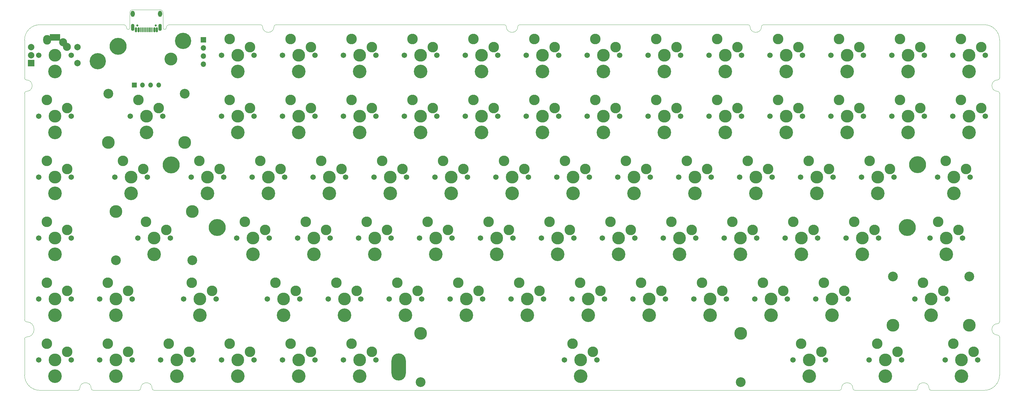
<source format=gbs>
%TF.GenerationSoftware,KiCad,Pcbnew,(6.0.2-0)*%
%TF.CreationDate,2022-05-09T13:33:41+07:00*%
%TF.ProjectId,kb-lone,6b622d6c-6f6e-4652-9e6b-696361645f70,rev?*%
%TF.SameCoordinates,Original*%
%TF.FileFunction,Soldermask,Bot*%
%TF.FilePolarity,Negative*%
%FSLAX46Y46*%
G04 Gerber Fmt 4.6, Leading zero omitted, Abs format (unit mm)*
G04 Created by KiCad (PCBNEW (6.0.2-0)) date 2022-05-09 13:33:41*
%MOMM*%
%LPD*%
G01*
G04 APERTURE LIST*
G04 Aperture macros list*
%AMRoundRect*
0 Rectangle with rounded corners*
0 $1 Rounding radius*
0 $2 $3 $4 $5 $6 $7 $8 $9 X,Y pos of 4 corners*
0 Add a 4 corners polygon primitive as box body*
4,1,4,$2,$3,$4,$5,$6,$7,$8,$9,$2,$3,0*
0 Add four circle primitives for the rounded corners*
1,1,$1+$1,$2,$3*
1,1,$1+$1,$4,$5*
1,1,$1+$1,$6,$7*
1,1,$1+$1,$8,$9*
0 Add four rect primitives between the rounded corners*
20,1,$1+$1,$2,$3,$4,$5,0*
20,1,$1+$1,$4,$5,$6,$7,0*
20,1,$1+$1,$6,$7,$8,$9,0*
20,1,$1+$1,$8,$9,$2,$3,0*%
G04 Aperture macros list end*
%TA.AperFunction,Profile*%
%ADD10C,0.100000*%
%TD*%
%ADD11C,4.250000*%
%ADD12C,3.302000*%
%ADD13C,1.701800*%
%ADD14C,3.987800*%
%ADD15C,4.000000*%
%ADD16C,5.300000*%
%ADD17O,2.500000X3.000000*%
%ADD18C,2.500000*%
%ADD19R,1.524000X1.524000*%
%ADD20O,1.524000X1.524000*%
%ADD21C,3.048000*%
%ADD22O,4.500000X8.500000*%
%ADD23C,5.080000*%
%ADD24O,1.700000X1.700000*%
%ADD25R,1.700000X1.700000*%
%ADD26R,2.000000X2.000000*%
%ADD27C,2.000000*%
%ADD28R,3.200000X2.000000*%
%ADD29C,0.650000*%
%ADD30RoundRect,0.150000X-0.150000X-0.575000X0.150000X-0.575000X0.150000X0.575000X-0.150000X0.575000X0*%
%ADD31RoundRect,0.075000X-0.075000X-0.650000X0.075000X-0.650000X0.075000X0.650000X-0.075000X0.650000X0*%
%ADD32O,1.100000X2.200000*%
%ADD33O,1.300000X1.900000*%
G04 APERTURE END LIST*
D10*
X311943750Y-169068750D02*
X330993750Y-169068750D01*
X92868750Y-169068750D02*
X307181250Y-169068750D01*
X52982857Y-152400128D02*
G75*
G03*
X52982857Y-147637624I0J2381252D01*
G01*
X356592487Y-72032513D02*
G75*
G03*
X356592487Y-75604751I0J-1786119D01*
G01*
X97690000Y-54767108D02*
G75*
G03*
X96690000Y-55767106I-1J-999999D01*
G01*
X357187500Y-164306250D02*
X357187500Y-152400000D01*
X356592487Y-148232637D02*
G75*
G03*
X357187500Y-147637500I1J595012D01*
G01*
X52982857Y-75604707D02*
G75*
G03*
X52387500Y-76200000I0J-595357D01*
G01*
X95692892Y-51087104D02*
X95690000Y-55767110D01*
X130968750Y-54768906D02*
G75*
G03*
X130373547Y-55364109I0J-595203D01*
G01*
X57150000Y-169068750D02*
X69056250Y-169068750D01*
X73818750Y-169068750D02*
X88106250Y-169068750D01*
X73223499Y-168473579D02*
G75*
G03*
X69651621Y-168473579I-1785939J0D01*
G01*
X52387500Y-59531250D02*
X52387500Y-71437500D01*
X52387500Y-164306250D02*
G75*
G03*
X57150000Y-169068750I4762500J0D01*
G01*
X84292892Y-55767106D02*
G75*
G03*
X83292895Y-54767107I-999998J1D01*
G01*
X335161219Y-168473579D02*
G75*
G03*
X331589341Y-168473579I-1785939J0D01*
G01*
X126206250Y-54768750D02*
X97690000Y-54767108D01*
X88106250Y-169068892D02*
G75*
G03*
X88701637Y-168473579I74J595313D01*
G01*
X352425000Y-54768750D02*
X283368750Y-54768750D01*
X92273515Y-168473579D02*
G75*
G03*
X88701637Y-168473579I-1785939J0D01*
G01*
X69056250Y-169068892D02*
G75*
G03*
X69651621Y-168473579I57J595314D01*
G01*
X357187500Y-147637500D02*
X357187800Y-76200000D01*
X86287104Y-50087108D02*
X94692896Y-50087108D01*
X85287108Y-51087104D02*
X85292892Y-55767110D01*
X356592487Y-72032513D02*
G75*
G03*
X357187500Y-71437500I1J595012D01*
G01*
X203001733Y-55364109D02*
G75*
G03*
X206573611Y-55364109I1785939J0D01*
G01*
X57150000Y-54768750D02*
G75*
G03*
X52387500Y-59531250I0J-4762500D01*
G01*
X311348841Y-168473579D02*
G75*
G03*
X311943750Y-169068750I595171J0D01*
G01*
X203001779Y-55364109D02*
G75*
G03*
X202406250Y-54768750I-595359J0D01*
G01*
X352425000Y-169068750D02*
G75*
G03*
X357187500Y-164306250I0J4762500D01*
G01*
X95692892Y-51087104D02*
G75*
G03*
X94692896Y-50087108I-999996J0D01*
G01*
X126801715Y-55364109D02*
G75*
G03*
X126206250Y-54768750I-595359J0D01*
G01*
X92273579Y-168473579D02*
G75*
G03*
X92868750Y-169068750I595173J2D01*
G01*
X83292895Y-54767107D02*
X57150000Y-54768750D01*
X279201843Y-55364109D02*
G75*
G03*
X278606250Y-54768750I-595359J0D01*
G01*
X52982857Y-75604751D02*
G75*
G03*
X52982857Y-72032873I0J1785939D01*
G01*
X279201797Y-55364109D02*
G75*
G03*
X282773675Y-55364109I1785939J0D01*
G01*
X335756250Y-169068750D02*
X352425000Y-169068750D01*
X52387544Y-147042311D02*
G75*
G03*
X52982857Y-147637624I595313J0D01*
G01*
X357187500Y-59531250D02*
G75*
G03*
X352425000Y-54768750I-4762500J0D01*
G01*
X357187800Y-76200000D02*
G75*
G03*
X356592487Y-75604751I-595314J-65D01*
G01*
X278606250Y-54768750D02*
X207168750Y-54768750D01*
X357187500Y-71437500D02*
X357187500Y-59531250D01*
X84292892Y-55767106D02*
G75*
G03*
X85292892Y-55767110I500000J-2D01*
G01*
X52982857Y-152400128D02*
G75*
G03*
X52387544Y-152995441I0J-595313D01*
G01*
X330993750Y-169068892D02*
G75*
G03*
X331589341Y-168473579I278J595313D01*
G01*
X356592487Y-148232637D02*
G75*
G03*
X356592487Y-151804815I0J-1786089D01*
G01*
X207168750Y-54768796D02*
G75*
G03*
X206573611Y-55364109I175J-595314D01*
G01*
X86287104Y-50087108D02*
G75*
G03*
X85287108Y-51087104I0J-999996D01*
G01*
X52387500Y-76200000D02*
X52387544Y-147042311D01*
X357187500Y-152400000D02*
G75*
G03*
X356592487Y-151804815I-595012J173D01*
G01*
X126801669Y-55364109D02*
G75*
G03*
X130373547Y-55364109I1785939J0D01*
G01*
X95690000Y-55767110D02*
G75*
G03*
X96690000Y-55767106I500000J2D01*
G01*
X52387544Y-71437500D02*
G75*
G03*
X52982857Y-72032873I595313J-60D01*
G01*
X335161361Y-168473579D02*
G75*
G03*
X335756250Y-169068750I595171J0D01*
G01*
X52387544Y-152995441D02*
X52387500Y-164306250D01*
X283368750Y-54768796D02*
G75*
G03*
X282773675Y-55364109I238J-595313D01*
G01*
X73223641Y-168473579D02*
G75*
G03*
X73818750Y-169068750I595171J0D01*
G01*
X311348699Y-168473579D02*
G75*
G03*
X307776821Y-168473579I-1785939J0D01*
G01*
X202406250Y-54768750D02*
X130968750Y-54768750D01*
X307181250Y-169068892D02*
G75*
G03*
X307776821Y-168473579I258J595313D01*
G01*
D11*
%TO.C,D131*%
X295275000Y-126520000D03*
%TD*%
%TO.C,D143*%
X335756250Y-145570000D03*
%TD*%
D12*
%TO.C,SW56*%
X140335000Y-116363750D03*
X146685000Y-118903750D03*
D13*
X137795000Y-121443750D03*
X147955000Y-121443750D03*
D14*
X142875000Y-121443750D03*
%TD*%
D12*
%TO.C,SW33*%
X303847500Y-99853750D03*
X297497500Y-97313750D03*
D13*
X305117500Y-102393750D03*
D14*
X300037500Y-102393750D03*
D13*
X294957500Y-102393750D03*
%TD*%
D12*
%TO.C,SW72*%
X84772500Y-137953750D03*
D14*
X80962500Y-140493750D03*
D12*
X78422500Y-135413750D03*
D13*
X75882500Y-140493750D03*
X86042500Y-140493750D03*
%TD*%
D11*
%TO.C,D96*%
X138112500Y-69370000D03*
%TD*%
%TO.C,D158*%
X321468750Y-164620000D03*
%TD*%
D13*
%TO.C,SW7*%
X257492500Y-64293750D03*
X247332500Y-64293750D03*
D12*
X249872500Y-59213750D03*
X256222500Y-61753750D03*
D14*
X252412500Y-64293750D03*
%TD*%
D12*
%TO.C,SW81*%
X103822500Y-157003750D03*
D14*
X100012500Y-159543750D03*
D13*
X105092500Y-159543750D03*
X94932500Y-159543750D03*
D12*
X97472500Y-154463750D03*
%TD*%
D11*
%TO.C,D110*%
X138112500Y-88420000D03*
%TD*%
D13*
%TO.C,SW70*%
X128270000Y-140493750D03*
X138430000Y-140493750D03*
D14*
X133350000Y-140493750D03*
D12*
X137160000Y-137953750D03*
X130810000Y-135413750D03*
%TD*%
D13*
%TO.C,SW37*%
X228917500Y-102393750D03*
D12*
X221297500Y-97313750D03*
X227647500Y-99853750D03*
D13*
X218757500Y-102393750D03*
D14*
X223837500Y-102393750D03*
%TD*%
D11*
%TO.C,D117*%
X280987500Y-107470000D03*
%TD*%
%TO.C,D148*%
X228600000Y-145570000D03*
%TD*%
D12*
%TO.C,SW54*%
X184785000Y-118903750D03*
D13*
X175895000Y-121443750D03*
X186055000Y-121443750D03*
D12*
X178435000Y-116363750D03*
D14*
X180975000Y-121443750D03*
%TD*%
%TO.C,SW6*%
X271462500Y-64293750D03*
D12*
X275272500Y-61753750D03*
X268922500Y-59213750D03*
D13*
X266382500Y-64293750D03*
X276542500Y-64293750D03*
%TD*%
D11*
%TO.C,D119*%
X242887500Y-107470000D03*
%TD*%
%TO.C,D111*%
X119062500Y-88420000D03*
%TD*%
D13*
%TO.C,SW74*%
X350361250Y-159543750D03*
D12*
X349091250Y-157003750D03*
D13*
X340201250Y-159543750D03*
D14*
X345281250Y-159543750D03*
D12*
X342741250Y-154463750D03*
%TD*%
%TO.C,SW16*%
X351472500Y-80803750D03*
D14*
X347662500Y-83343750D03*
D12*
X345122500Y-78263750D03*
D13*
X342582500Y-83343750D03*
X352742500Y-83343750D03*
%TD*%
D11*
%TO.C,D123*%
X166687500Y-107470000D03*
%TD*%
D15*
%TO.C,H9*%
X98160000Y-65490000D03*
%TD*%
D13*
%TO.C,SW12*%
X162242500Y-64293750D03*
D14*
X157162500Y-64293750D03*
D13*
X152082500Y-64293750D03*
D12*
X160972500Y-61753750D03*
X154622500Y-59213750D03*
%TD*%
D11*
%TO.C,D149*%
X209550000Y-145570000D03*
%TD*%
D12*
%TO.C,SW75*%
X318928750Y-154463750D03*
D14*
X321468750Y-159543750D03*
D13*
X316388750Y-159543750D03*
D12*
X325278750Y-157003750D03*
D13*
X326548750Y-159543750D03*
%TD*%
D12*
%TO.C,SW39*%
X189547500Y-99853750D03*
D13*
X190817500Y-102393750D03*
D14*
X185737500Y-102393750D03*
D13*
X180657500Y-102393750D03*
D12*
X183197500Y-97313750D03*
%TD*%
D11*
%TO.C,D159*%
X297656250Y-164620000D03*
%TD*%
D12*
%TO.C,SW11*%
X180022500Y-61753750D03*
D13*
X171132500Y-64293750D03*
D14*
X176212500Y-64293750D03*
D13*
X181292500Y-64293750D03*
D12*
X173672500Y-59213750D03*
%TD*%
D16*
%TO.C,H1*%
X81650000Y-61510000D03*
%TD*%
D11*
%TO.C,D136*%
X200025000Y-126520000D03*
%TD*%
D14*
%TO.C,SW15*%
X61912500Y-64293750D03*
D13*
X66992500Y-64293750D03*
X56832500Y-64293750D03*
D17*
X59412500Y-59493750D03*
D18*
X65612500Y-61693750D03*
X64412500Y-60293750D03*
%TD*%
D11*
%TO.C,D88*%
X290512500Y-69370000D03*
%TD*%
D13*
%TO.C,SW27*%
X133032500Y-83343750D03*
D12*
X141922500Y-80803750D03*
D14*
X138112500Y-83343750D03*
D12*
X135572500Y-78263750D03*
D13*
X143192500Y-83343750D03*
%TD*%
D11*
%TO.C,D99*%
X347662500Y-88420000D03*
%TD*%
%TO.C,D127*%
X85725000Y-107470000D03*
%TD*%
%TO.C,D95*%
X157162500Y-69370000D03*
%TD*%
D13*
%TO.C,SW82*%
X86042500Y-159543750D03*
X75882500Y-159543750D03*
D12*
X84772500Y-157003750D03*
X78422500Y-154463750D03*
D14*
X80962500Y-159543750D03*
%TD*%
D11*
%TO.C,D134*%
X238125000Y-126520000D03*
%TD*%
D12*
%TO.C,SW8*%
X230822500Y-59213750D03*
D14*
X233362500Y-64293750D03*
D12*
X237172500Y-61753750D03*
D13*
X228282500Y-64293750D03*
X238442500Y-64293750D03*
%TD*%
%TO.C,SW71*%
X102076250Y-140493750D03*
X112236250Y-140493750D03*
D12*
X110966250Y-137953750D03*
D14*
X107156250Y-140493750D03*
D12*
X104616250Y-135413750D03*
%TD*%
D11*
%TO.C,D163*%
X119062500Y-164620000D03*
%TD*%
D13*
%TO.C,SW83*%
X56832500Y-159543750D03*
D12*
X59372500Y-154463750D03*
D14*
X61912500Y-159543750D03*
D12*
X65722500Y-157003750D03*
D13*
X66992500Y-159543750D03*
%TD*%
D14*
%TO.C,SW41*%
X147637500Y-102393750D03*
D13*
X142557500Y-102393750D03*
D12*
X145097500Y-97313750D03*
X151447500Y-99853750D03*
D13*
X152717500Y-102393750D03*
%TD*%
D11*
%TO.C,D89*%
X271462500Y-69370000D03*
%TD*%
D13*
%TO.C,SW9*%
X219392500Y-64293750D03*
D12*
X218122500Y-61753750D03*
X211772500Y-59213750D03*
D13*
X209232500Y-64293750D03*
D14*
X214312500Y-64293750D03*
%TD*%
%TO.C,SW69*%
X152400000Y-140493750D03*
D13*
X157480000Y-140493750D03*
D12*
X156210000Y-137953750D03*
D13*
X147320000Y-140493750D03*
D12*
X149860000Y-135413750D03*
%TD*%
D11*
%TO.C,D141*%
X92868750Y-126520000D03*
%TD*%
%TO.C,D137*%
X180975000Y-126520000D03*
%TD*%
%TO.C,D155*%
X80962500Y-145570000D03*
%TD*%
D12*
%TO.C,SW18*%
X307022500Y-78263750D03*
D14*
X309562500Y-83343750D03*
D13*
X304482500Y-83343750D03*
D12*
X313372500Y-80803750D03*
D13*
X314642500Y-83343750D03*
%TD*%
D14*
%TO.C,SW24*%
X195262500Y-83343750D03*
D12*
X199072500Y-80803750D03*
D13*
X200342500Y-83343750D03*
D12*
X192722500Y-78263750D03*
D13*
X190182500Y-83343750D03*
%TD*%
D11*
%TO.C,D100*%
X328612500Y-88420000D03*
%TD*%
D12*
%TO.C,SW44*%
X83185000Y-97313750D03*
D13*
X90805000Y-102393750D03*
D14*
X85725000Y-102393750D03*
D12*
X89535000Y-99853750D03*
D13*
X80645000Y-102393750D03*
%TD*%
%TO.C,SW31*%
X337820000Y-102393750D03*
D12*
X346710000Y-99853750D03*
D13*
X347980000Y-102393750D03*
D14*
X342900000Y-102393750D03*
D12*
X340360000Y-97313750D03*
%TD*%
D11*
%TO.C,D156*%
X61912500Y-145570000D03*
%TD*%
%TO.C,D165*%
X80962500Y-164620000D03*
%TD*%
%TO.C,D151*%
X171450000Y-145570000D03*
%TD*%
D12*
%TO.C,SW78*%
X154622500Y-154463750D03*
D14*
X157162500Y-159543750D03*
D12*
X160972500Y-157003750D03*
D13*
X162242500Y-159543750D03*
X152082500Y-159543750D03*
%TD*%
D11*
%TO.C,D93*%
X195262500Y-69370000D03*
%TD*%
D13*
%TO.C,SW26*%
X162242500Y-83343750D03*
X152082500Y-83343750D03*
D12*
X160972500Y-80803750D03*
D14*
X157162500Y-83343750D03*
D12*
X154622500Y-78263750D03*
%TD*%
%TO.C,SW46*%
X337978750Y-116363750D03*
X344328750Y-118903750D03*
D13*
X335438750Y-121443750D03*
X345598750Y-121443750D03*
D14*
X340518750Y-121443750D03*
%TD*%
D12*
%TO.C,SW50*%
X254635000Y-116363750D03*
D13*
X252095000Y-121443750D03*
X262255000Y-121443750D03*
D12*
X260985000Y-118903750D03*
D14*
X257175000Y-121443750D03*
%TD*%
D11*
%TO.C,D125*%
X128587500Y-107470000D03*
%TD*%
%TO.C,D113*%
X61912500Y-88420000D03*
%TD*%
%TO.C,D140*%
X123825000Y-126520000D03*
%TD*%
%TO.C,D122*%
X185737500Y-107470000D03*
%TD*%
%TO.C,D162*%
X138112500Y-164620000D03*
%TD*%
D14*
%TO.C,SW5*%
X290512500Y-64293750D03*
D12*
X287972500Y-59213750D03*
X294322500Y-61753750D03*
D13*
X285432500Y-64293750D03*
X295592500Y-64293750D03*
%TD*%
D11*
%TO.C,D107*%
X195262500Y-88420000D03*
%TD*%
%TO.C,D86*%
X328612500Y-69370000D03*
%TD*%
%TO.C,D142*%
X61912500Y-126520000D03*
%TD*%
%TO.C,D146*%
X266700000Y-145570000D03*
%TD*%
D13*
%TO.C,SW48*%
X290195000Y-121443750D03*
D12*
X292735000Y-116363750D03*
D14*
X295275000Y-121443750D03*
D13*
X300355000Y-121443750D03*
D12*
X299085000Y-118903750D03*
%TD*%
D14*
%TO.C,SW64*%
X247650000Y-140493750D03*
D13*
X252730000Y-140493750D03*
X242570000Y-140493750D03*
D12*
X251460000Y-137953750D03*
X245110000Y-135413750D03*
%TD*%
D11*
%TO.C,D114*%
X342900000Y-107470000D03*
%TD*%
D12*
%TO.C,SW55*%
X165735000Y-118903750D03*
D14*
X161925000Y-121443750D03*
D13*
X156845000Y-121443750D03*
X167005000Y-121443750D03*
D12*
X159385000Y-116363750D03*
%TD*%
%TO.C,SW51*%
X235585000Y-116363750D03*
D13*
X243205000Y-121443750D03*
D12*
X241935000Y-118903750D03*
D14*
X238125000Y-121443750D03*
D13*
X233045000Y-121443750D03*
%TD*%
D12*
%TO.C,SW3*%
X332422500Y-61753750D03*
X326072500Y-59213750D03*
D13*
X323532500Y-64293750D03*
X333692500Y-64293750D03*
D14*
X328612500Y-64293750D03*
%TD*%
D19*
%TO.C,X1*%
X86680000Y-73670000D03*
D20*
X89220000Y-73670000D03*
X91760000Y-73670000D03*
X94300000Y-73670000D03*
%TD*%
D12*
%TO.C,SW59*%
X59372500Y-116363750D03*
X65722500Y-118903750D03*
D13*
X56832500Y-121443750D03*
X66992500Y-121443750D03*
D14*
X61912500Y-121443750D03*
%TD*%
D11*
%TO.C,D124*%
X147637500Y-107470000D03*
%TD*%
D12*
%TO.C,SW17*%
X326072500Y-78263750D03*
D14*
X328612500Y-83343750D03*
D12*
X332422500Y-80803750D03*
D13*
X323532500Y-83343750D03*
X333692500Y-83343750D03*
%TD*%
D14*
%TO.C,SW67*%
X190500000Y-140493750D03*
D12*
X187960000Y-135413750D03*
D13*
X185420000Y-140493750D03*
D12*
X194310000Y-137953750D03*
D13*
X195580000Y-140493750D03*
%TD*%
D14*
%TO.C,SW40*%
X166687500Y-102393750D03*
D13*
X161607500Y-102393750D03*
X171767500Y-102393750D03*
D12*
X170497500Y-99853750D03*
X164147500Y-97313750D03*
%TD*%
D13*
%TO.C,SW43*%
X114617500Y-102393750D03*
D14*
X109537500Y-102393750D03*
D12*
X106997500Y-97313750D03*
X113347500Y-99853750D03*
D13*
X104457500Y-102393750D03*
%TD*%
D11*
%TO.C,D157*%
X345281250Y-164620000D03*
%TD*%
%TO.C,D154*%
X107156250Y-145570000D03*
%TD*%
%TO.C,D138*%
X161925000Y-126520000D03*
%TD*%
%TO.C,D139*%
X142875000Y-126520000D03*
%TD*%
%TO.C,D112*%
X90487500Y-88420000D03*
%TD*%
D12*
%TO.C,SW60*%
X339566250Y-137953750D03*
D13*
X330676250Y-140493750D03*
X340836250Y-140493750D03*
D14*
X323818250Y-148748750D03*
X347694250Y-148748750D03*
D12*
X333216250Y-135413750D03*
D21*
X323818250Y-133508750D03*
D14*
X335756250Y-140493750D03*
D21*
X347694250Y-133508750D03*
%TD*%
D11*
%TO.C,D118*%
X261937500Y-107470000D03*
%TD*%
%TO.C,D161*%
X157162500Y-164640000D03*
%TD*%
%TO.C,D144*%
X304800000Y-145570000D03*
%TD*%
D12*
%TO.C,SW35*%
X265747500Y-99853750D03*
D13*
X256857500Y-102393750D03*
D12*
X259397500Y-97313750D03*
D14*
X261937500Y-102393750D03*
D13*
X267017500Y-102393750D03*
%TD*%
D12*
%TO.C,SW25*%
X180022500Y-80803750D03*
D13*
X171132500Y-83343750D03*
D12*
X173672500Y-78263750D03*
D14*
X176212500Y-83343750D03*
D13*
X181292500Y-83343750D03*
%TD*%
D12*
%TO.C,SW49*%
X273685000Y-116363750D03*
D13*
X271145000Y-121443750D03*
D12*
X280035000Y-118903750D03*
D13*
X281305000Y-121443750D03*
D14*
X276225000Y-121443750D03*
%TD*%
%TO.C,SW2*%
X347662500Y-64293750D03*
D13*
X352742500Y-64293750D03*
D12*
X345122500Y-59213750D03*
D13*
X342582500Y-64293750D03*
D12*
X351472500Y-61753750D03*
%TD*%
%TO.C,SW21*%
X256222500Y-80803750D03*
D13*
X257492500Y-83343750D03*
D14*
X252412500Y-83343750D03*
D12*
X249872500Y-78263750D03*
D13*
X247332500Y-83343750D03*
%TD*%
D11*
%TO.C,D94*%
X176212500Y-69370000D03*
%TD*%
D12*
%TO.C,SW73*%
X65722500Y-137953750D03*
D14*
X61912500Y-140493750D03*
D13*
X66992500Y-140493750D03*
X56832500Y-140493750D03*
D12*
X59372500Y-135413750D03*
%TD*%
D11*
%TO.C,D90*%
X252412500Y-69370000D03*
%TD*%
%TO.C,D135*%
X219075000Y-126520000D03*
%TD*%
D14*
%TO.C,SW47*%
X314325000Y-121443750D03*
D13*
X309245000Y-121443750D03*
D12*
X311785000Y-116363750D03*
D13*
X319405000Y-121443750D03*
D12*
X318135000Y-118903750D03*
%TD*%
D11*
%TO.C,D166*%
X61912500Y-164620000D03*
%TD*%
D12*
%TO.C,SW14*%
X116522500Y-59213750D03*
D13*
X113982500Y-64293750D03*
D14*
X119062500Y-64293750D03*
D12*
X122872500Y-61753750D03*
D13*
X124142500Y-64293750D03*
%TD*%
D14*
%TO.C,SW36*%
X242887500Y-102393750D03*
D12*
X240347500Y-97313750D03*
D13*
X237807500Y-102393750D03*
D12*
X246697500Y-99853750D03*
D13*
X247967500Y-102393750D03*
%TD*%
D11*
%TO.C,D87*%
X309562500Y-69370000D03*
%TD*%
D12*
%TO.C,SW65*%
X226060000Y-135413750D03*
D13*
X233680000Y-140493750D03*
D12*
X232410000Y-137953750D03*
D13*
X223520000Y-140493750D03*
D14*
X228600000Y-140493750D03*
%TD*%
D11*
%TO.C,D150*%
X190500000Y-145570000D03*
%TD*%
D13*
%TO.C,SW61*%
X299720000Y-140493750D03*
D14*
X304800000Y-140493750D03*
D12*
X302260000Y-135413750D03*
D13*
X309880000Y-140493750D03*
D12*
X308610000Y-137953750D03*
%TD*%
D11*
%TO.C,D97*%
X119062500Y-69370000D03*
%TD*%
D13*
%TO.C,SW30*%
X66992500Y-83343750D03*
D12*
X65722500Y-80803750D03*
D14*
X61912500Y-83343750D03*
D12*
X59372500Y-78263750D03*
D13*
X56832500Y-83343750D03*
%TD*%
D14*
%TO.C,SW57*%
X123825000Y-121443750D03*
D13*
X118745000Y-121443750D03*
D12*
X127635000Y-118903750D03*
D13*
X128905000Y-121443750D03*
D12*
X121285000Y-116363750D03*
%TD*%
D11*
%TO.C,D128*%
X61912500Y-107470000D03*
%TD*%
%TO.C,D102*%
X290512500Y-88420000D03*
%TD*%
%TO.C,D98*%
X61912500Y-69370000D03*
%TD*%
%TO.C,D92*%
X214312500Y-69370000D03*
%TD*%
%TO.C,D147*%
X247650000Y-145570000D03*
%TD*%
%TO.C,D126*%
X109537500Y-107470000D03*
%TD*%
D13*
%TO.C,SW22*%
X238442500Y-83343750D03*
D12*
X237172500Y-80803750D03*
D14*
X233362500Y-83343750D03*
D12*
X230822500Y-78263750D03*
D13*
X228282500Y-83343750D03*
%TD*%
D11*
%TO.C,D109*%
X157162500Y-88420000D03*
%TD*%
%TO.C,D85*%
X347662500Y-69370000D03*
%TD*%
%TO.C,D130*%
X314325000Y-126520000D03*
%TD*%
%TO.C,D116*%
X300037500Y-107470000D03*
%TD*%
D13*
%TO.C,SW34*%
X275907500Y-102393750D03*
D14*
X280987500Y-102393750D03*
D12*
X278447500Y-97313750D03*
X284797500Y-99853750D03*
D13*
X286067500Y-102393750D03*
%TD*%
D11*
%TO.C,D145*%
X285750000Y-145570000D03*
%TD*%
D14*
%TO.C,SW52*%
X219075000Y-121443750D03*
D12*
X222885000Y-118903750D03*
X216535000Y-116363750D03*
D13*
X213995000Y-121443750D03*
X224155000Y-121443750D03*
%TD*%
D14*
%TO.C,SW63*%
X266700000Y-140493750D03*
D13*
X261620000Y-140493750D03*
D12*
X270510000Y-137953750D03*
D13*
X271780000Y-140493750D03*
D12*
X264160000Y-135413750D03*
%TD*%
%TO.C,SW45*%
X65722500Y-99853750D03*
D14*
X61912500Y-102393750D03*
D12*
X59372500Y-97313750D03*
D13*
X66992500Y-102393750D03*
X56832500Y-102393750D03*
%TD*%
D12*
%TO.C,SW20*%
X275272500Y-80803750D03*
D13*
X266382500Y-83343750D03*
X276542500Y-83343750D03*
D14*
X271462500Y-83343750D03*
D12*
X268922500Y-78263750D03*
%TD*%
D11*
%TO.C,D153*%
X133350000Y-145570000D03*
%TD*%
D12*
%TO.C,SW4*%
X313372500Y-61753750D03*
D14*
X309562500Y-64293750D03*
D13*
X304482500Y-64293750D03*
D12*
X307022500Y-59213750D03*
D13*
X314642500Y-64293750D03*
%TD*%
D11*
%TO.C,D103*%
X271462500Y-88420000D03*
%TD*%
D12*
%TO.C,SW42*%
X132397500Y-99853750D03*
D14*
X128587500Y-102393750D03*
D13*
X133667500Y-102393750D03*
X123507500Y-102393750D03*
D12*
X126047500Y-97313750D03*
%TD*%
D13*
%TO.C,SW76*%
X302736250Y-159543750D03*
D12*
X301466250Y-157003750D03*
X295116250Y-154463750D03*
D14*
X297656250Y-159543750D03*
D13*
X292576250Y-159543750D03*
%TD*%
%TO.C,SW38*%
X209867500Y-102393750D03*
X199707500Y-102393750D03*
D12*
X208597500Y-99853750D03*
X202247500Y-97313750D03*
D14*
X204787500Y-102393750D03*
%TD*%
%TO.C,SW58*%
X104806750Y-113188750D03*
D21*
X104806750Y-128428750D03*
D13*
X97948750Y-121443750D03*
X87788750Y-121443750D03*
D14*
X80930750Y-113188750D03*
X92868750Y-121443750D03*
D12*
X90328750Y-116363750D03*
D21*
X80930750Y-128428750D03*
D12*
X96678750Y-118903750D03*
%TD*%
D11*
%TO.C,D152*%
X152400000Y-145570000D03*
%TD*%
%TO.C,D106*%
X214312500Y-88420000D03*
%TD*%
D12*
%TO.C,SW32*%
X322897500Y-99853750D03*
D13*
X324167500Y-102393750D03*
X314007500Y-102393750D03*
D12*
X316547500Y-97313750D03*
D14*
X319087500Y-102393750D03*
%TD*%
D11*
%TO.C,D108*%
X176212500Y-88420000D03*
%TD*%
%TO.C,D104*%
X252412500Y-88420000D03*
%TD*%
D21*
%TO.C,SW29*%
X102425500Y-76358750D03*
D13*
X85407500Y-83343750D03*
D14*
X102425500Y-91598750D03*
D13*
X95567500Y-83343750D03*
D12*
X94297500Y-80803750D03*
D21*
X78549500Y-76358750D03*
D12*
X87947500Y-78263750D03*
D14*
X78549500Y-91598750D03*
X90487500Y-83343750D03*
%TD*%
D11*
%TO.C,D105*%
X233362500Y-88420000D03*
%TD*%
D13*
%TO.C,SW68*%
X176530000Y-140493750D03*
D14*
X171450000Y-140493750D03*
D12*
X168910000Y-135413750D03*
X175260000Y-137953750D03*
D13*
X166370000Y-140493750D03*
%TD*%
D12*
%TO.C,SW53*%
X197485000Y-116363750D03*
X203835000Y-118903750D03*
D13*
X194945000Y-121443750D03*
X205105000Y-121443750D03*
D14*
X200025000Y-121443750D03*
%TD*%
D11*
%TO.C,D132*%
X276225000Y-126520000D03*
%TD*%
D13*
%TO.C,SW79*%
X133032500Y-159543750D03*
X143192500Y-159543750D03*
D12*
X141922500Y-157003750D03*
D14*
X138112500Y-159543750D03*
D12*
X135572500Y-154463750D03*
%TD*%
%TO.C,SW10*%
X192722500Y-59213750D03*
D13*
X200342500Y-64293750D03*
X190182500Y-64293750D03*
D12*
X199072500Y-61753750D03*
D14*
X195262500Y-64293750D03*
%TD*%
D11*
%TO.C,D115*%
X319087500Y-107470000D03*
%TD*%
D12*
%TO.C,SW80*%
X116522500Y-154463750D03*
D13*
X124142500Y-159543750D03*
D14*
X119062500Y-159543750D03*
D12*
X122872500Y-157003750D03*
D13*
X113982500Y-159543750D03*
%TD*%
D11*
%TO.C,D129*%
X340518750Y-126520000D03*
%TD*%
D12*
%TO.C,SW13*%
X135572500Y-59213750D03*
X141922500Y-61753750D03*
D13*
X133032500Y-64293750D03*
X143192500Y-64293750D03*
D14*
X138112500Y-64293750D03*
%TD*%
%TO.C,SW62*%
X285750000Y-140493750D03*
D13*
X290830000Y-140493750D03*
D12*
X289560000Y-137953750D03*
D13*
X280670000Y-140493750D03*
D12*
X283210000Y-135413750D03*
%TD*%
D11*
%TO.C,D164*%
X100012500Y-164620000D03*
%TD*%
D12*
%TO.C,SW77*%
X230028750Y-157003750D03*
D14*
X176180750Y-151288750D03*
D12*
X223678750Y-154463750D03*
D13*
X231298750Y-159543750D03*
D14*
X276256750Y-151288750D03*
D13*
X221138750Y-159543750D03*
D14*
X226218750Y-159543750D03*
D21*
X176180750Y-166528750D03*
X276256750Y-166528750D03*
%TD*%
D12*
%TO.C,SW28*%
X122872500Y-80803750D03*
D14*
X119062500Y-83343750D03*
D12*
X116522500Y-78263750D03*
D13*
X124142500Y-83343750D03*
X113982500Y-83343750D03*
%TD*%
D11*
%TO.C,D121*%
X204787500Y-107470000D03*
%TD*%
%TO.C,D120*%
X223837500Y-107470000D03*
%TD*%
D22*
%TO.C,M1*%
X169370000Y-161730000D03*
%TD*%
D11*
%TO.C,D101*%
X309562500Y-88420000D03*
%TD*%
%TO.C,D91*%
X233362500Y-69370000D03*
%TD*%
D13*
%TO.C,SW23*%
X209232500Y-83343750D03*
D14*
X214312500Y-83343750D03*
D12*
X218122500Y-80803750D03*
X211772500Y-78263750D03*
D13*
X219392500Y-83343750D03*
%TD*%
D12*
%TO.C,SW66*%
X207010000Y-135413750D03*
D13*
X214630000Y-140493750D03*
D12*
X213360000Y-137953750D03*
D14*
X209550000Y-140493750D03*
D13*
X204470000Y-140493750D03*
%TD*%
D11*
%TO.C,D160*%
X226218750Y-164620000D03*
%TD*%
%TO.C,D133*%
X257175000Y-126520000D03*
%TD*%
D13*
%TO.C,SW19*%
X295592500Y-83343750D03*
D12*
X294322500Y-80803750D03*
D14*
X290512500Y-83343750D03*
D12*
X287972500Y-78263750D03*
D13*
X285432500Y-83343750D03*
%TD*%
D16*
%TO.C,H2*%
X331580000Y-98540000D03*
%TD*%
%TO.C,H5*%
X112610000Y-118170000D03*
%TD*%
D23*
%TO.C,J4*%
X75260000Y-66200000D03*
X101930000Y-59850000D03*
D24*
X108280000Y-67089000D03*
X108280000Y-64549000D03*
X108280000Y-62009000D03*
D25*
X108280000Y-59469000D03*
%TD*%
D26*
%TO.C,SW84*%
X54425000Y-66793750D03*
D27*
X54425000Y-61793750D03*
X54425000Y-64293750D03*
D28*
X61925000Y-58693750D03*
X61925000Y-69893750D03*
D27*
X68925000Y-61793750D03*
X68925000Y-66793750D03*
%TD*%
D16*
%TO.C,H4*%
X98200000Y-98590000D03*
%TD*%
D29*
%TO.C,J1*%
X93380000Y-55011500D03*
X87600000Y-55011500D03*
D30*
X87240000Y-56337500D03*
X88040000Y-56337500D03*
D31*
X89240000Y-56337500D03*
X90236000Y-56337500D03*
X90740000Y-56337500D03*
X91740000Y-56337500D03*
D30*
X93740000Y-56337500D03*
X92940000Y-56337500D03*
D31*
X92240000Y-56337500D03*
X91240000Y-56337500D03*
X89740000Y-56337500D03*
X88740000Y-56337500D03*
D32*
X94790000Y-55562500D03*
D33*
X86190000Y-51362500D03*
D32*
X86190000Y-55562500D03*
D33*
X94790000Y-51362500D03*
%TD*%
D16*
%TO.C,H3*%
X328390000Y-118150000D03*
%TD*%
M02*

</source>
